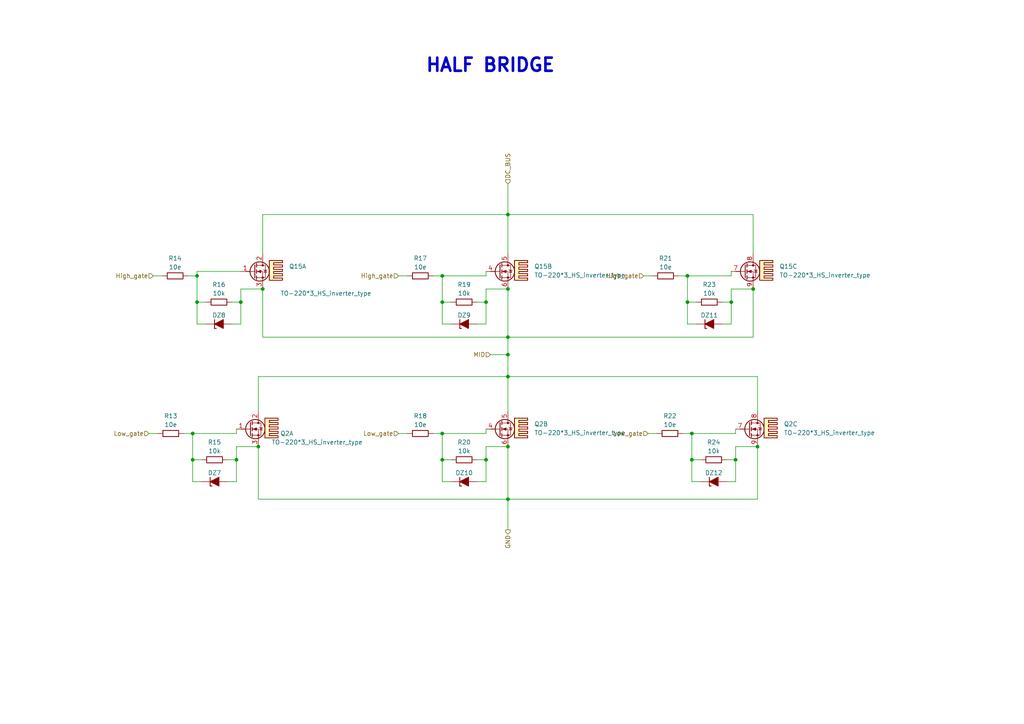
<source format=kicad_sch>
(kicad_sch (version 20231120) (generator "eeschema") (generator_version "8.0")
  (paper "A4")
  (lib_symbols
    (symbol "PCM_Diode_Zener_AKL:D_Zener_Generic" (pin_numbers hide) (pin_names (offset 1.016) hide)
      (property "Reference" "DZ" (at 0 5.08 0))
      (property "Value" "D_Zener_Generic" (at 0 2.54 0))
      (symbol "D_Zener_Generic_0_1"
        (polyline (pts (xy -1.27 0) (xy 1.27 0)))
        (polyline (pts (xy 1.27 1.27) (xy 0.762 1.27)) (stroke (width 0.254)))
        (polyline (pts (xy 1.27 1.27) (xy 1.27 -1.27)) (stroke (width 0.254)))
        (polyline (pts (xy -1.27 -1.27) (xy -1.27 1.27) (xy 1.27 0) (xy -1.27 -1.27)) (stroke (width 0.254)) (fill (type outline)))
      )
      (symbol "D_Zener_Generic_1_1"
        (pin passive line (at 3.81 0 180) (length 2.54) (name "K") (number "1"))
        (pin passive line (at -3.81 0 0) (length 2.54) (name "A") (number "2"))
      )
    )
    (symbol "PCM_SL_Resistors:Resistor"
      (property "Reference" "R" (at 0 5.08 0))
      (property "Value" "Resistor" (at 0 2.54 0))
      (symbol "Resistor_0_1"
        (rectangle (start -2.286 0.889) (end 2.286 -0.889) (stroke (width 0.24)))
      )
      (symbol "Resistor_1_1"
        (pin passive line (at -3.81 0 0) (length 1.5) (name "") (number "1"))
        (pin passive line (at 3.81 0 180) (length 1.5) (name "~") (number "2"))
      )
    )
    (symbol "inqbe:TO-220*3_HS_inverter_type"
      (property "Reference" "Q" (at -2.54 3.81 0))
      (property "Value" "TO-220*3_HS_inverter_type" (at 0 12.7 0))
      (symbol "TO-220*3_HS_inverter_type_0_1"
        (polyline (pts (xy 1.524 0) (xy -1.27 0)))
        (polyline (pts (xy 1.524 1.905) (xy 1.524 -1.905)) (stroke (width 0.254)))
        (polyline (pts (xy 2.032 -1.27) (xy 2.032 -2.286)) (stroke (width 0.254)))
        (polyline (pts (xy 2.032 0.508) (xy 2.032 -0.508)) (stroke (width 0.254)))
        (polyline (pts (xy 2.032 2.286) (xy 2.032 1.27)) (stroke (width 0.254)))
        (polyline (pts (xy 3.81 2.54) (xy 3.81 1.778)))
        (polyline (pts (xy 3.81 -2.54) (xy 3.81 0) (xy 2.032 0)))
        (polyline (pts (xy 2.032 -1.778) (xy 4.572 -1.778) (xy 4.572 1.778) (xy 2.032 1.778)))
        (polyline (pts (xy 2.286 0) (xy 3.302 0.381) (xy 3.302 -0.381) (xy 2.286 0)) (fill (type outline)))
        (polyline (pts (xy 4.064 0.508) (xy 4.191 0.381) (xy 4.953 0.381) (xy 5.08 0.254)))
        (polyline (pts (xy 4.572 0.381) (xy 4.191 -0.254) (xy 4.953 -0.254) (xy 4.572 0.381)))
        (polyline (pts (xy 6.985 0.635) (xy 6.985 1.27) (xy 9.525 1.27) (xy 9.525 1.905) (xy 6.985 1.905) (xy 6.985 2.54) (xy 9.525 2.54) (xy 9.525 3.175) (xy 5.715 3.175) (xy 5.715 1.27)) (stroke (width 0.254)) (fill (type background)))
        (polyline (pts (xy 6.985 0.635) (xy 9.525 0.635) (xy 9.525 0) (xy 6.985 0) (xy 6.985 -0.635) (xy 9.525 -0.635) (xy 9.525 -1.27) (xy 6.985 -1.27) (xy 6.985 -1.905) (xy 9.525 -1.905) (xy 9.525 -2.54) (xy 5.715 -2.54) (xy 5.715 1.27)) (stroke (width 0.254)) (fill (type background)))
        (circle (center 2.921 0) (radius 2.794) (stroke (width 0.254)))
        (circle (center 3.81 -1.778) (radius 0.254) (fill (type outline)))
        (circle (center 3.81 1.778) (radius 0.254) (fill (type outline)))
      )
      (symbol "TO-220*3_HS_inverter_type_1_1"
        (pin input line (at -2.54 0 0) (length 2.54) (name "") (number "1"))
        (pin passive line (at 3.81 5.08 270) (length 2.54) (name "") (number "2"))
        (pin passive line (at 3.81 -5.08 90) (length 2.54) (name "") (number "3"))
      )
      (symbol "TO-220*3_HS_inverter_type_2_1"
        (pin input line (at -2.54 0 0) (length 2.54) (name "") (number "4"))
        (pin passive line (at 3.81 5.08 270) (length 2.54) (name "") (number "5"))
        (pin passive line (at 3.81 -5.08 90) (length 2.54) (name "") (number "6"))
      )
      (symbol "TO-220*3_HS_inverter_type_3_1"
        (pin input line (at -2.54 0 0) (length 2.54) (name "") (number "7"))
        (pin passive line (at 3.81 5.08 270) (length 2.54) (name "") (number "8"))
        (pin passive line (at 3.81 -5.08 90) (length 2.54) (name "") (number "9"))
      )
    )
  )
  (junction (at 128.27 133.35))
  (junction (at 140.97 133.35))
  (junction (at 128.27 87.63))
  (junction (at 57.15 80.01))
  (junction (at 76.2 83.82))
  (junction (at 147.32 83.82))
  (junction (at 147.32 144.78))
  (junction (at 200.66 133.35))
  (junction (at 55.88 125.73))
  (junction (at 68.58 133.35))
  (junction (at 55.88 133.35))
  (junction (at 57.15 87.63))
  (junction (at 213.36 133.35))
  (junction (at 200.66 125.73))
  (junction (at 69.85 87.63))
  (junction (at 219.71 129.54))
  (junction (at 147.32 102.87))
  (junction (at 147.32 129.54))
  (junction (at 218.44 83.82))
  (junction (at 140.97 87.63))
  (junction (at 128.27 80.01))
  (junction (at 199.39 87.63))
  (junction (at 199.39 80.01))
  (junction (at 147.32 109.22))
  (junction (at 147.32 62.23))
  (junction (at 128.27 125.73))
  (junction (at 147.32 97.79))
  (junction (at 212.09 87.63))
  (junction (at 74.93 129.54))
  (wire (pts (xy 147.32 53.34) (xy 147.32 62.23)))
  (wire (pts (xy 138.43 93.98) (xy 140.97 93.98)))
  (wire (pts (xy 147.32 102.87) (xy 147.32 109.22)))
  (wire (pts (xy 58.42 139.7) (xy 55.88 139.7)))
  (wire (pts (xy 140.97 83.82) (xy 140.97 87.63)))
  (wire (pts (xy 147.32 62.23) (xy 147.32 73.66)))
  (wire (pts (xy 66.04 139.7) (xy 68.58 139.7)))
  (wire (pts (xy 53.34 125.73) (xy 55.88 125.73)))
  (wire (pts (xy 210.82 133.35) (xy 213.36 133.35)))
  (wire (pts (xy 198.12 125.73) (xy 200.66 125.73)))
  (wire (pts (xy 213.36 124.46) (xy 213.36 125.73)))
  (wire (pts (xy 57.15 78.74) (xy 69.85 78.74)))
  (wire (pts (xy 212.09 83.82) (xy 212.09 87.63)))
  (wire (pts (xy 54.61 80.01) (xy 57.15 80.01)))
  (wire (pts (xy 59.69 93.98) (xy 57.15 93.98)))
  (wire (pts (xy 74.93 129.54) (xy 74.93 144.78)))
  (wire (pts (xy 219.71 129.54) (xy 219.71 144.78)))
  (wire (pts (xy 44.45 80.01) (xy 46.99 80.01)))
  (wire (pts (xy 55.88 125.73) (xy 68.58 125.73)))
  (wire (pts (xy 57.15 80.01) (xy 57.15 87.63)))
  (wire (pts (xy 138.43 139.7) (xy 140.97 139.7)))
  (wire (pts (xy 200.66 125.73) (xy 213.36 125.73)))
  (wire (pts (xy 57.15 78.74) (xy 57.15 80.01)))
  (wire (pts (xy 68.58 124.46) (xy 68.58 125.73)))
  (wire (pts (xy 128.27 87.63) (xy 130.81 87.63)))
  (wire (pts (xy 200.66 125.73) (xy 200.66 133.35)))
  (wire (pts (xy 76.2 83.82) (xy 76.2 97.79)))
  (wire (pts (xy 55.88 133.35) (xy 55.88 139.7)))
  (wire (pts (xy 199.39 87.63) (xy 201.93 87.63)))
  (wire (pts (xy 147.32 144.78) (xy 74.93 144.78)))
  (wire (pts (xy 210.82 139.7) (xy 213.36 139.7)))
  (wire (pts (xy 125.73 80.01) (xy 128.27 80.01)))
  (wire (pts (xy 196.85 80.01) (xy 199.39 80.01)))
  (wire (pts (xy 140.97 129.54) (xy 140.97 133.35)))
  (wire (pts (xy 218.44 83.82) (xy 212.09 83.82)))
  (wire (pts (xy 128.27 87.63) (xy 128.27 93.98)))
  (wire (pts (xy 76.2 62.23) (xy 147.32 62.23)))
  (wire (pts (xy 57.15 87.63) (xy 57.15 93.98)))
  (wire (pts (xy 76.2 62.23) (xy 76.2 73.66)))
  (wire (pts (xy 67.31 93.98) (xy 69.85 93.98)))
  (wire (pts (xy 218.44 62.23) (xy 218.44 73.66)))
  (wire (pts (xy 219.71 144.78) (xy 147.32 144.78)))
  (wire (pts (xy 55.88 133.35) (xy 58.42 133.35)))
  (wire (pts (xy 130.81 93.98) (xy 128.27 93.98)))
  (wire (pts (xy 55.88 125.73) (xy 55.88 133.35)))
  (wire (pts (xy 219.71 129.54) (xy 213.36 129.54)))
  (wire (pts (xy 138.43 133.35) (xy 140.97 133.35)))
  (wire (pts (xy 74.93 129.54) (xy 68.58 129.54)))
  (wire (pts (xy 140.97 124.46) (xy 140.97 125.73)))
  (wire (pts (xy 66.04 133.35) (xy 68.58 133.35)))
  (wire (pts (xy 147.32 144.78) (xy 147.32 153.67)))
  (wire (pts (xy 128.27 80.01) (xy 128.27 87.63)))
  (wire (pts (xy 140.97 133.35) (xy 140.97 139.7)))
  (wire (pts (xy 209.55 87.63) (xy 212.09 87.63)))
  (wire (pts (xy 200.66 133.35) (xy 200.66 139.7)))
  (wire (pts (xy 218.44 97.79) (xy 147.32 97.79)))
  (wire (pts (xy 187.96 125.73) (xy 190.5 125.73)))
  (wire (pts (xy 142.24 102.87) (xy 147.32 102.87)))
  (wire (pts (xy 74.93 109.22) (xy 74.93 119.38)))
  (wire (pts (xy 138.43 87.63) (xy 140.97 87.63)))
  (wire (pts (xy 212.09 78.74) (xy 212.09 80.01)))
  (wire (pts (xy 74.93 109.22) (xy 147.32 109.22)))
  (wire (pts (xy 69.85 83.82) (xy 69.85 87.63)))
  (wire (pts (xy 147.32 83.82) (xy 147.32 97.79)))
  (wire (pts (xy 128.27 125.73) (xy 140.97 125.73)))
  (wire (pts (xy 128.27 80.01) (xy 140.97 80.01)))
  (wire (pts (xy 128.27 133.35) (xy 130.81 133.35)))
  (wire (pts (xy 128.27 125.73) (xy 128.27 133.35)))
  (wire (pts (xy 128.27 133.35) (xy 128.27 139.7)))
  (wire (pts (xy 147.32 109.22) (xy 147.32 119.38)))
  (wire (pts (xy 186.69 80.01) (xy 189.23 80.01)))
  (wire (pts (xy 147.32 129.54) (xy 147.32 144.78)))
  (wire (pts (xy 57.15 87.63) (xy 59.69 87.63)))
  (wire (pts (xy 209.55 93.98) (xy 212.09 93.98)))
  (wire (pts (xy 76.2 83.82) (xy 69.85 83.82)))
  (wire (pts (xy 67.31 87.63) (xy 69.85 87.63)))
  (wire (pts (xy 201.93 93.98) (xy 199.39 93.98)))
  (wire (pts (xy 43.18 125.73) (xy 45.72 125.73)))
  (wire (pts (xy 68.58 133.35) (xy 68.58 139.7)))
  (wire (pts (xy 147.32 97.79) (xy 76.2 97.79)))
  (wire (pts (xy 203.2 139.7) (xy 200.66 139.7)))
  (wire (pts (xy 69.85 87.63) (xy 69.85 93.98)))
  (wire (pts (xy 140.97 78.74) (xy 140.97 80.01)))
  (wire (pts (xy 213.36 133.35) (xy 213.36 139.7)))
  (wire (pts (xy 68.58 129.54) (xy 68.58 133.35)))
  (wire (pts (xy 200.66 133.35) (xy 203.2 133.35)))
  (wire (pts (xy 147.32 97.79) (xy 147.32 102.87)))
  (wire (pts (xy 115.57 125.73) (xy 118.11 125.73)))
  (wire (pts (xy 218.44 83.82) (xy 218.44 97.79)))
  (wire (pts (xy 115.57 80.01) (xy 118.11 80.01)))
  (wire (pts (xy 199.39 80.01) (xy 212.09 80.01)))
  (wire (pts (xy 147.32 83.82) (xy 140.97 83.82)))
  (wire (pts (xy 212.09 87.63) (xy 212.09 93.98)))
  (wire (pts (xy 199.39 87.63) (xy 199.39 93.98)))
  (wire (pts (xy 219.71 109.22) (xy 219.71 119.38)))
  (wire (pts (xy 147.32 62.23) (xy 218.44 62.23)))
  (wire (pts (xy 147.32 129.54) (xy 140.97 129.54)))
  (wire (pts (xy 140.97 87.63) (xy 140.97 93.98)))
  (wire (pts (xy 130.81 139.7) (xy 128.27 139.7)))
  (wire (pts (xy 125.73 125.73) (xy 128.27 125.73)))
  (wire (pts (xy 199.39 80.01) (xy 199.39 87.63)))
  (wire (pts (xy 213.36 129.54) (xy 213.36 133.35)))
  (wire (pts (xy 147.32 109.22) (xy 219.71 109.22)))
  (text "HALF BRIDGE\n" (at 142.24 19.05 0) (effects (font (size 3.81 3.81) (bold yes))))
  (hierarchical_label "High_gate" (shape input) (at 44.45 80.01 180))
  (hierarchical_label "MID" (shape input) (at 142.24 102.87 180))
  (hierarchical_label "Low_gate" (shape input) (at 43.18 125.73 180))
  (hierarchical_label "High_gate" (shape input) (at 186.69 80.01 180))
  (hierarchical_label "DC_BUS" (shape input) (at 147.32 53.34 90))
  (hierarchical_label "Low_gate" (shape input) (at 115.57 125.73 180))
  (hierarchical_label "GND" (shape output) (at 147.32 153.67 270))
  (hierarchical_label "High_gate" (shape input) (at 115.57 80.01 180))
  (hierarchical_label "Low_gate" (shape input) (at 187.96 125.73 180))
  (symbol (lib_id "PCM_Diode_Zener_AKL:D_Zener_Generic") (at 207.01 139.7 180) (unit 1)
    (property "Reference" "DZ12" (at 207.01 137.16 0))
    (property "Value" "D_Zener_Generic" (effects (hide yes)))
    (property "Footprint" "Diode_SMD:D_MiniMELF" (effects (hide yes)))
    (property "Description" "Zener diode, generic symbol, Alternate KiCAD Library" (effects (hide yes)))
    (instances (project "kIKAD" (path "" (reference "DZ12") (unit 1)) (path "" (reference "DZ6") (unit 1))))
  )
  (symbol (lib_id "inqbe:TO-220*3_HS_inverter_type") (at 215.9 124.46 0) (unit 3)
    (property "Reference" "Q2" (at 227.33 122.9994 0) (effects (justify left)))
    (property "Value" "TO-220*3_HS_inverter_type" (at 227.33 125.5394 0) (effects (justify left)))
    (property "Footprint" "inqbe:3 FET heatsink inverter type" (effects (hide yes)))
    (property "Link" "Metro" (effects (hide yes)))
    (instances (project "" (path "" (reference "Q2") (unit 3)) (path "" (reference "Q1") (unit 3))))
  )
  (symbol (lib_id "PCM_SL_Resistors:Resistor") (at 207.01 133.35 0) (unit 1)
    (property "Reference" "R24" (at 207.01 128.27 0))
    (property "Value" "10k" (at 207.01 130.81 0))
    (property "Footprint" "Resistor_SMD:R_0805_2012Metric_Pad1.20x1.40mm_HandSolder" (effects (hide yes)))
    (property "Description" "1/4W Resistor" (effects (hide yes)))
    (instances (project "kIKAD" (path "" (reference "R24") (unit 1)) (path "" (reference "R12") (unit 1))))
  )
  (symbol (lib_id "PCM_SL_Resistors:Resistor") (at 121.92 80.01 0) (unit 1)
    (property "Reference" "R17" (at 121.92 74.93 0))
    (property "Value" "10e" (at 121.92 77.47 0))
    (property "Footprint" "Resistor_SMD:R_0805_2012Metric_Pad1.20x1.40mm_HandSolder" (effects (hide yes)))
    (property "Description" "1/4W Resistor" (effects (hide yes)))
    (instances (project "kIKAD" (path "" (reference "R17") (unit 1)) (path "" (reference "R3") (unit 1))))
  )
  (symbol (lib_id "PCM_SL_Resistors:Resistor") (at 193.04 80.01 0) (unit 1)
    (property "Reference" "R21" (at 193.04 74.93 0))
    (property "Value" "10e" (at 193.04 77.47 0))
    (property "Footprint" "Resistor_SMD:R_0805_2012Metric_Pad1.20x1.40mm_HandSolder" (effects (hide yes)))
    (property "Description" "1/4W Resistor" (effects (hide yes)))
    (instances (project "kIKAD" (path "" (reference "R21") (unit 1)) (path "" (reference "R5") (unit 1))))
  )
  (symbol (lib_id "PCM_SL_Resistors:Resistor") (at 134.62 87.63 0) (unit 1)
    (property "Reference" "R19" (at 134.62 82.55 0))
    (property "Value" "10k" (at 134.62 85.09 0))
    (property "Footprint" "Resistor_SMD:R_0805_2012Metric_Pad1.20x1.40mm_HandSolder" (effects (hide yes)))
    (property "Description" "1/4W Resistor" (effects (hide yes)))
    (instances (project "kIKAD" (path "" (reference "R19") (unit 1)) (path "" (reference "R4") (unit 1))))
  )
  (symbol (lib_id "PCM_SL_Resistors:Resistor") (at 62.23 133.35 0) (unit 1)
    (property "Reference" "R15" (at 62.23 128.27 0))
    (property "Value" "10k" (at 62.23 130.81 0))
    (property "Footprint" "Resistor_SMD:R_0805_2012Metric_Pad1.20x1.40mm_HandSolder" (effects (hide yes)))
    (property "Description" "1/4W Resistor" (effects (hide yes)))
    (instances (project "kIKAD" (path "" (reference "R15") (unit 1)) (path "" (reference "R8") (unit 1))))
  )
  (symbol (lib_id "PCM_SL_Resistors:Resistor") (at 63.5 87.63 0) (unit 1)
    (property "Reference" "R16" (at 63.5 82.55 0))
    (property "Value" "10k" (at 63.5 85.09 0))
    (property "Footprint" "Resistor_SMD:R_0805_2012Metric_Pad1.20x1.40mm_HandSolder" (effects (hide yes)))
    (property "Description" "1/4W Resistor" (effects (hide yes)))
    (instances (project "kIKAD" (path "" (reference "R16") (unit 1)) (path "" (reference "R2") (unit 1))))
  )
  (symbol (lib_id "inqbe:TO-220*3_HS_inverter_type") (at 143.51 124.46 0) (unit 2)
    (property "Reference" "Q2" (at 154.94 122.9994 0) (effects (justify left)))
    (property "Value" "TO-220*3_HS_inverter_type" (at 154.94 125.5394 0) (effects (justify left)))
    (property "Footprint" "inqbe:3 FET heatsink inverter type" (effects (hide yes)))
    (property "Link" "Metro" (effects (hide yes)))
    (instances (project "" (path "" (reference "Q2") (unit 2)) (path "" (reference "Q1") (unit 2))))
  )
  (symbol (lib_id "PCM_SL_Resistors:Resistor") (at 194.31 125.73 0) (unit 1)
    (property "Reference" "R22" (at 194.31 120.65 0))
    (property "Value" "10e" (at 194.31 123.19 0))
    (property "Footprint" "Resistor_THT:R_Axial_DIN0207_L6.3mm_D2.5mm_P10.16mm_Horizontal" (effects (hide yes)))
    (property "Description" "1/4W Resistor" (effects (hide yes)))
    (instances (project "kIKAD" (path "" (reference "R22") (unit 1)) (path "" (reference "R11") (unit 1))))
  )
  (symbol (lib_id "PCM_Diode_Zener_AKL:D_Zener_Generic") (at 62.23 139.7 180) (unit 1)
    (property "Reference" "DZ7" (at 62.23 137.16 0))
    (property "Value" "D_Zener_Generic" (effects (hide yes)))
    (property "Footprint" "Diode_SMD:D_MiniMELF" (effects (hide yes)))
    (property "Description" "Zener diode, generic symbol, Alternate KiCAD Library" (effects (hide yes)))
    (instances (project "kIKAD" (path "" (reference "DZ7") (unit 1)) (path "" (reference "DZ4") (unit 1))))
  )
  (symbol (lib_id "PCM_Diode_Zener_AKL:D_Zener_Generic") (at 134.62 93.98 180) (unit 1)
    (property "Reference" "DZ9" (at 134.62 91.44 0))
    (property "Value" "D_Zener_Generic" (effects (hide yes)))
    (property "Footprint" "Diode_SMD:D_MiniMELF" (effects (hide yes)))
    (property "Description" "Zener diode, generic symbol, Alternate KiCAD Library" (effects (hide yes)))
    (instances (project "kIKAD" (path "" (reference "DZ9") (unit 1)) (path "" (reference "DZ2") (unit 1))))
  )
  (symbol (lib_id "inqbe:TO-220*3_HS_inverter_type") (at 71.12 124.46 0) (unit 1)
    (property "Reference" "Q2" (at 81.28 125.73 0) (effects (justify left)))
    (property "Value" "TO-220*3_HS_inverter_type" (at 78.74 128.27 0) (effects (justify left)))
    (property "Footprint" "inqbe:3 FET heatsink inverter type" (effects (hide yes)))
    (property "Link" "Metro" (effects (hide yes)))
    (instances (project "" (path "" (reference "Q2") (unit 1)) (path "" (reference "Q1") (unit 1))))
  )
  (symbol (lib_id "inqbe:TO-220*3_HS_inverter_type") (at 143.51 78.74 0) (unit 2)
    (property "Reference" "Q15" (at 154.94 77.2794 0) (effects (justify left)))
    (property "Value" "TO-220*3_HS_inverter_type" (at 154.94 79.8194 0) (effects (justify left)))
    (property "Footprint" "inqbe:3 FET heatsink inverter type" (effects (hide yes)))
    (property "Link" "Metro" (effects (hide yes)))
    (instances (project "" (path "" (reference "Q15") (unit 2)) (path "" (reference "Q14") (unit 2))))
  )
  (symbol (lib_id "PCM_Diode_Zener_AKL:D_Zener_Generic") (at 205.74 93.98 180) (unit 1)
    (property "Reference" "DZ11" (at 205.74 91.44 0))
    (property "Value" "D_Zener_Generic" (effects (hide yes)))
    (property "Footprint" "Diode_SMD:D_MiniMELF" (effects (hide yes)))
    (property "Description" "Zener diode, generic symbol, Alternate KiCAD Library" (effects (hide yes)))
    (instances (project "kIKAD" (path "" (reference "DZ11") (unit 1)) (path "" (reference "DZ3") (unit 1))))
  )
  (symbol (lib_id "PCM_Diode_Zener_AKL:D_Zener_Generic") (at 134.62 139.7 180) (unit 1)
    (property "Reference" "DZ10" (at 134.62 137.16 0))
    (property "Value" "D_Zener_Generic" (effects (hide yes)))
    (property "Footprint" "Diode_SMD:D_MiniMELF" (effects (hide yes)))
    (property "Description" "Zener diode, generic symbol, Alternate KiCAD Library" (effects (hide yes)))
    (instances (project "kIKAD" (path "" (reference "DZ10") (unit 1)) (path "" (reference "DZ5") (unit 1))))
  )
  (symbol (lib_id "PCM_SL_Resistors:Resistor") (at 50.8 80.01 0) (unit 1)
    (property "Reference" "R14" (at 50.8 74.93 0))
    (property "Value" "10e" (at 50.8 77.47 0))
    (property "Footprint" "Resistor_SMD:R_0805_2012Metric_Pad1.20x1.40mm_HandSolder" (effects (hide yes)))
    (property "Description" "1/4W Resistor" (effects (hide yes)))
    (instances (project "kIKAD" (path "" (reference "R14") (unit 1)) (path "" (reference "R1") (unit 1))))
  )
  (symbol (lib_id "PCM_Diode_Zener_AKL:D_Zener_Generic") (at 63.5 93.98 180) (unit 1)
    (property "Reference" "DZ8" (at 63.5 91.44 0))
    (property "Value" "D_Zener_Generic" (effects (hide yes)))
    (property "Footprint" "Diode_SMD:D_MiniMELF" (effects (hide yes)))
    (property "Description" "Zener diode, generic symbol, Alternate KiCAD Library" (effects (hide yes)))
    (instances (project "kIKAD" (path "" (reference "DZ8") (unit 1)) (path "" (reference "DZ1") (unit 1))))
  )
  (symbol (lib_id "PCM_SL_Resistors:Resistor") (at 121.92 125.73 0) (unit 1)
    (property "Reference" "R18" (at 121.92 120.65 0))
    (property "Value" "10e" (at 121.92 123.19 0))
    (property "Footprint" "Resistor_SMD:R_0805_2012Metric_Pad1.20x1.40mm_HandSolder" (effects (hide yes)))
    (property "Description" "1/4W Resistor" (effects (hide yes)))
    (instances (project "kIKAD" (path "" (reference "R18") (unit 1)) (path "" (reference "R9") (unit 1))))
  )
  (symbol (lib_id "inqbe:TO-220*3_HS_inverter_type") (at 214.63 78.74 0) (unit 3)
    (property "Reference" "Q15" (at 226.06 77.2794 0) (effects (justify left)))
    (property "Value" "TO-220*3_HS_inverter_type" (at 226.06 79.8194 0) (effects (justify left)))
    (property "Footprint" "inqbe:3 FET heatsink inverter type" (effects (hide yes)))
    (property "Link" "Metro" (effects (hide yes)))
    (instances (project "" (path "" (reference "Q15") (unit 3)) (path "" (reference "Q14") (unit 3))))
  )
  (symbol (lib_id "inqbe:TO-220*3_HS_inverter_type") (at 72.39 78.74 0) (unit 1)
    (property "Reference" "Q15" (at 83.82 77.2794 0) (effects (justify left)))
    (property "Value" "TO-220*3_HS_inverter_type" (at 81.28 85.09 0) (effects (justify left)))
    (property "Footprint" "inqbe:3 FET heatsink inverter type" (effects (hide yes)))
    (property "Link" "Metro" (effects (hide yes)))
    (instances (project "" (path "" (reference "Q15") (unit 1)) (path "" (reference "Q14") (unit 1))))
  )
  (symbol (lib_id "PCM_SL_Resistors:Resistor") (at 205.74 87.63 0) (unit 1)
    (property "Reference" "R23" (at 205.74 82.55 0))
    (property "Value" "10k" (at 205.74 85.09 0))
    (property "Footprint" "Resistor_SMD:R_0805_2012Metric_Pad1.20x1.40mm_HandSolder" (effects (hide yes)))
    (property "Description" "1/4W Resistor" (effects (hide yes)))
    (instances (project "kIKAD" (path "" (reference "R23") (unit 1)) (path "" (reference "R6") (unit 1))))
  )
  (symbol (lib_id "PCM_SL_Resistors:Resistor") (at 49.53 125.73 0) (unit 1)
    (property "Reference" "R13" (at 49.53 120.65 0))
    (property "Value" "10e" (at 49.53 123.19 0))
    (property "Footprint" "Resistor_SMD:R_0805_2012Metric_Pad1.20x1.40mm_HandSolder" (effects (hide yes)))
    (property "Description" "1/4W Resistor" (effects (hide yes)))
    (instances (project "kIKAD" (path "" (reference "R13") (unit 1)) (path "" (reference "R7") (unit 1))))
  )
  (symbol (lib_id "PCM_SL_Resistors:Resistor") (at 134.62 133.35 0) (unit 1)
    (property "Reference" "R20" (at 134.62 128.27 0))
    (property "Value" "10k" (at 134.62 130.81 0))
    (property "Footprint" "Resistor_SMD:R_0805_2012Metric_Pad1.20x1.40mm_HandSolder" (effects (hide yes)))
    (property "Description" "1/4W Resistor" (effects (hide yes)))
    (instances (project "kIKAD" (path "" (reference "R20") (unit 1)) (path "" (reference "R10") (unit 1))))
  )
)
</source>
